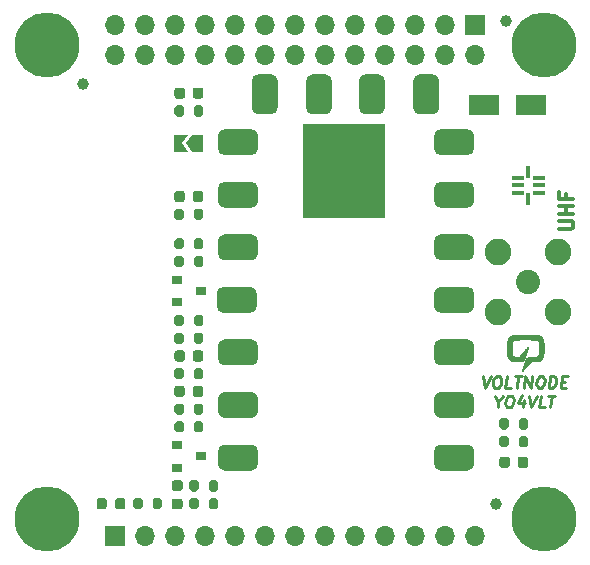
<source format=gbr>
%TF.GenerationSoftware,KiCad,Pcbnew,(5.1.9)-1*%
%TF.CreationDate,2021-09-15T13:57:53+03:00*%
%TF.ProjectId,voltlog UHF repeater,766f6c74-6c6f-4672-9055-484620726570,rev?*%
%TF.SameCoordinates,Original*%
%TF.FileFunction,Soldermask,Top*%
%TF.FilePolarity,Negative*%
%FSLAX46Y46*%
G04 Gerber Fmt 4.6, Leading zero omitted, Abs format (unit mm)*
G04 Created by KiCad (PCBNEW (5.1.9)-1) date 2021-09-15 13:57:53*
%MOMM*%
%LPD*%
G01*
G04 APERTURE LIST*
%ADD10C,0.250000*%
%ADD11C,0.300000*%
%ADD12C,0.010000*%
%ADD13R,7.000000X8.000000*%
%ADD14R,0.900000X0.800000*%
%ADD15R,0.350000X1.000000*%
%ADD16R,1.000000X0.350000*%
%ADD17C,5.500000*%
%ADD18C,2.250000*%
%ADD19C,2.050000*%
%ADD20C,1.000000*%
%ADD21O,1.700000X1.700000*%
%ADD22R,1.700000X1.700000*%
%ADD23C,0.100000*%
%ADD24R,2.500000X1.800000*%
G04 APERTURE END LIST*
D10*
X198874032Y-64952380D02*
X199082366Y-65952380D01*
X199540699Y-64952380D01*
X200064508Y-64952380D02*
X200254985Y-64952380D01*
X200344270Y-65000000D01*
X200427604Y-65095238D01*
X200451413Y-65285714D01*
X200409747Y-65619047D01*
X200338318Y-65809523D01*
X200231175Y-65904761D01*
X200129985Y-65952380D01*
X199939508Y-65952380D01*
X199850223Y-65904761D01*
X199766889Y-65809523D01*
X199743080Y-65619047D01*
X199784747Y-65285714D01*
X199856175Y-65095238D01*
X199963318Y-65000000D01*
X200064508Y-64952380D01*
X201272842Y-65952380D02*
X200796651Y-65952380D01*
X200921651Y-64952380D01*
X201588318Y-64952380D02*
X202159747Y-64952380D01*
X201749032Y-65952380D02*
X201874032Y-64952380D01*
X202368080Y-65952380D02*
X202493080Y-64952380D01*
X202939508Y-65952380D01*
X203064508Y-64952380D01*
X203731175Y-64952380D02*
X203921651Y-64952380D01*
X204010937Y-65000000D01*
X204094270Y-65095238D01*
X204118080Y-65285714D01*
X204076413Y-65619047D01*
X204004985Y-65809523D01*
X203897842Y-65904761D01*
X203796651Y-65952380D01*
X203606175Y-65952380D01*
X203516889Y-65904761D01*
X203433556Y-65809523D01*
X203409747Y-65619047D01*
X203451413Y-65285714D01*
X203522842Y-65095238D01*
X203629985Y-65000000D01*
X203731175Y-64952380D01*
X204463318Y-65952380D02*
X204588318Y-64952380D01*
X204826413Y-64952380D01*
X204963318Y-65000000D01*
X205046651Y-65095238D01*
X205082366Y-65190476D01*
X205106175Y-65380952D01*
X205088318Y-65523809D01*
X205016889Y-65714285D01*
X204957366Y-65809523D01*
X204850223Y-65904761D01*
X204701413Y-65952380D01*
X204463318Y-65952380D01*
X205528794Y-65428571D02*
X205862127Y-65428571D01*
X205939508Y-65952380D02*
X205463318Y-65952380D01*
X205588318Y-64952380D01*
X206064508Y-64952380D01*
D11*
X205342857Y-52485714D02*
X206314285Y-52485714D01*
X206428571Y-52428571D01*
X206485714Y-52371428D01*
X206542857Y-52257142D01*
X206542857Y-52028571D01*
X206485714Y-51914285D01*
X206428571Y-51857142D01*
X206314285Y-51800000D01*
X205342857Y-51800000D01*
X206542857Y-51228571D02*
X205342857Y-51228571D01*
X205914285Y-51228571D02*
X205914285Y-50542857D01*
X206542857Y-50542857D02*
X205342857Y-50542857D01*
X205914285Y-49571428D02*
X205914285Y-49971428D01*
X206542857Y-49971428D02*
X205342857Y-49971428D01*
X205342857Y-49400000D01*
D10*
X200187127Y-67126190D02*
X200127604Y-67602380D01*
X199919270Y-66602380D02*
X200187127Y-67126190D01*
X200585937Y-66602380D01*
X201109747Y-66602380D02*
X201300223Y-66602380D01*
X201389508Y-66650000D01*
X201472842Y-66745238D01*
X201496651Y-66935714D01*
X201454985Y-67269047D01*
X201383556Y-67459523D01*
X201276413Y-67554761D01*
X201175223Y-67602380D01*
X200984747Y-67602380D01*
X200895461Y-67554761D01*
X200812127Y-67459523D01*
X200788318Y-67269047D01*
X200829985Y-66935714D01*
X200901413Y-66745238D01*
X201008556Y-66650000D01*
X201109747Y-66602380D01*
X202353794Y-66935714D02*
X202270461Y-67602380D01*
X202163318Y-66554761D02*
X201835937Y-67269047D01*
X202454985Y-67269047D01*
X202776413Y-66602380D02*
X202984747Y-67602380D01*
X203443080Y-66602380D01*
X204127604Y-67602380D02*
X203651413Y-67602380D01*
X203776413Y-66602380D01*
X204443080Y-66602380D02*
X205014508Y-66602380D01*
X204603794Y-67602380D02*
X204728794Y-66602380D01*
D12*
%TO.C,V1*%
G36*
X202650612Y-61436747D02*
G01*
X202765058Y-61438269D01*
X202877330Y-61440669D01*
X202986437Y-61443968D01*
X203091387Y-61448183D01*
X203191192Y-61453335D01*
X203283889Y-61459373D01*
X203370759Y-61466354D01*
X203446310Y-61474053D01*
X203511922Y-61482929D01*
X203568972Y-61493440D01*
X203618840Y-61506046D01*
X203662903Y-61521204D01*
X203702542Y-61539373D01*
X203739133Y-61561013D01*
X203774057Y-61586582D01*
X203808692Y-61616539D01*
X203836339Y-61643192D01*
X203875265Y-61684695D01*
X203907702Y-61725608D01*
X203934508Y-61767910D01*
X203956542Y-61813577D01*
X203974663Y-61864589D01*
X203989728Y-61922923D01*
X204002598Y-61990556D01*
X204010857Y-62045187D01*
X204017758Y-62096968D01*
X204023496Y-62145506D01*
X204028168Y-62192683D01*
X204031874Y-62240386D01*
X204034712Y-62290498D01*
X204036778Y-62344905D01*
X204038173Y-62405491D01*
X204038993Y-62474141D01*
X204039337Y-62552740D01*
X204039362Y-62592517D01*
X204038798Y-62700542D01*
X204037094Y-62797345D01*
X204034141Y-62884361D01*
X204029830Y-62963027D01*
X204024053Y-63034776D01*
X204016701Y-63101046D01*
X204007665Y-63163272D01*
X203996836Y-63222889D01*
X203988750Y-63261080D01*
X203964763Y-63341825D01*
X203930665Y-63416414D01*
X203887287Y-63484019D01*
X203835459Y-63543813D01*
X203776010Y-63594969D01*
X203709773Y-63636658D01*
X203637576Y-63668053D01*
X203560250Y-63688326D01*
X203560114Y-63688351D01*
X203543349Y-63690676D01*
X203520396Y-63692598D01*
X203490263Y-63694146D01*
X203451953Y-63695345D01*
X203404473Y-63696223D01*
X203346829Y-63696808D01*
X203278027Y-63697125D01*
X203235204Y-63697195D01*
X202957919Y-63697417D01*
X202920039Y-63737104D01*
X202909612Y-63748416D01*
X202891588Y-63768421D01*
X202866735Y-63796251D01*
X202835817Y-63831040D01*
X202799603Y-63871924D01*
X202758858Y-63918035D01*
X202714348Y-63968507D01*
X202666840Y-64022475D01*
X202617100Y-64079072D01*
X202575882Y-64126042D01*
X202525177Y-64183818D01*
X202476297Y-64239435D01*
X202429980Y-64292053D01*
X202386968Y-64340837D01*
X202348001Y-64384950D01*
X202313817Y-64423554D01*
X202285158Y-64455813D01*
X202262763Y-64480890D01*
X202247373Y-64497948D01*
X202240411Y-64505454D01*
X202217323Y-64525892D01*
X202198428Y-64534854D01*
X202183031Y-64532589D01*
X202177084Y-64527997D01*
X202170272Y-64515150D01*
X202169464Y-64509466D01*
X202171513Y-64501637D01*
X202177414Y-64482915D01*
X202186800Y-64454386D01*
X202199301Y-64417135D01*
X202214549Y-64372247D01*
X202232176Y-64320808D01*
X202251813Y-64263903D01*
X202273091Y-64202617D01*
X202293546Y-64144023D01*
X202317545Y-64075436D01*
X202341517Y-64006890D01*
X202364913Y-63939960D01*
X202387184Y-63876219D01*
X202407780Y-63817239D01*
X202426151Y-63764595D01*
X202441749Y-63719858D01*
X202454024Y-63684604D01*
X202459501Y-63668842D01*
X202473926Y-63628386D01*
X202488729Y-63588817D01*
X202502810Y-63552938D01*
X202515069Y-63523554D01*
X202524265Y-63503742D01*
X202553215Y-63458549D01*
X202591235Y-63415550D01*
X202634769Y-63378309D01*
X202674289Y-63353405D01*
X202694583Y-63343046D01*
X202713087Y-63334482D01*
X202731245Y-63327542D01*
X202750498Y-63322055D01*
X202772289Y-63317848D01*
X202798061Y-63314751D01*
X202829256Y-63312591D01*
X202867318Y-63311198D01*
X202913689Y-63310400D01*
X202969812Y-63310026D01*
X203037129Y-63309903D01*
X203040330Y-63309901D01*
X203137830Y-63309524D01*
X203223061Y-63308520D01*
X203296438Y-63306870D01*
X203358378Y-63304552D01*
X203409295Y-63301547D01*
X203449607Y-63297835D01*
X203479729Y-63293394D01*
X203500077Y-63288205D01*
X203502302Y-63287365D01*
X203530549Y-63270133D01*
X203555943Y-63243735D01*
X203575480Y-63211707D01*
X203582670Y-63192869D01*
X203594202Y-63145757D01*
X203604245Y-63087561D01*
X203612778Y-63019812D01*
X203619781Y-62944039D01*
X203625231Y-62861773D01*
X203629109Y-62774546D01*
X203631393Y-62683887D01*
X203632062Y-62591327D01*
X203631096Y-62498397D01*
X203628473Y-62406627D01*
X203624172Y-62317548D01*
X203618172Y-62232691D01*
X203610453Y-62153585D01*
X203600993Y-62081762D01*
X203598150Y-62063897D01*
X203588126Y-62013106D01*
X203575883Y-61973389D01*
X203559897Y-61943139D01*
X203538647Y-61920747D01*
X203510609Y-61904608D01*
X203474259Y-61893114D01*
X203428340Y-61884696D01*
X203373792Y-61877984D01*
X203307772Y-61871903D01*
X203231493Y-61866466D01*
X203146169Y-61861682D01*
X203053011Y-61857563D01*
X202953234Y-61854119D01*
X202848050Y-61851362D01*
X202738673Y-61849303D01*
X202626314Y-61847951D01*
X202512188Y-61847319D01*
X202397506Y-61847417D01*
X202283483Y-61848256D01*
X202171331Y-61849847D01*
X202062264Y-61852200D01*
X201957493Y-61855328D01*
X201858233Y-61859240D01*
X201765695Y-61863947D01*
X201686864Y-61869039D01*
X201617334Y-61874569D01*
X201559323Y-61880660D01*
X201511650Y-61888022D01*
X201473136Y-61897367D01*
X201442599Y-61909404D01*
X201418859Y-61924844D01*
X201400736Y-61944397D01*
X201387050Y-61968774D01*
X201376619Y-61998684D01*
X201368265Y-62034839D01*
X201363077Y-62063897D01*
X201353148Y-62133483D01*
X201344964Y-62210763D01*
X201338505Y-62294208D01*
X201333750Y-62382286D01*
X201330677Y-62473468D01*
X201329265Y-62566223D01*
X201329495Y-62659021D01*
X201331343Y-62750331D01*
X201334791Y-62838623D01*
X201339816Y-62922366D01*
X201346398Y-63000030D01*
X201354515Y-63070085D01*
X201364147Y-63131000D01*
X201375274Y-63181244D01*
X201378539Y-63192809D01*
X201395628Y-63228648D01*
X201422706Y-63258533D01*
X201456089Y-63279337D01*
X201477868Y-63285811D01*
X201511675Y-63291354D01*
X201556870Y-63295923D01*
X201612811Y-63299473D01*
X201678858Y-63301960D01*
X201754369Y-63303340D01*
X201808059Y-63303622D01*
X201951480Y-63303717D01*
X201992402Y-63260854D01*
X202004503Y-63247789D01*
X202024004Y-63226241D01*
X202049948Y-63197289D01*
X202081377Y-63162011D01*
X202117331Y-63121487D01*
X202156854Y-63076794D01*
X202198987Y-63029011D01*
X202242772Y-62979218D01*
X202258556Y-62961233D01*
X202305340Y-62907902D01*
X202352919Y-62853667D01*
X202400000Y-62800000D01*
X202445289Y-62748378D01*
X202487493Y-62700276D01*
X202525316Y-62657167D01*
X202557466Y-62620528D01*
X202582648Y-62591833D01*
X202584469Y-62589758D01*
X202613401Y-62557245D01*
X202640352Y-62527810D01*
X202663964Y-62502868D01*
X202682881Y-62483832D01*
X202695747Y-62472117D01*
X202700164Y-62469121D01*
X202714837Y-62466959D01*
X202728071Y-62474867D01*
X202737612Y-62485224D01*
X202740964Y-62491767D01*
X202738922Y-62498607D01*
X202733060Y-62516280D01*
X202723774Y-62543640D01*
X202711458Y-62579540D01*
X202696508Y-62622832D01*
X202679319Y-62672372D01*
X202660286Y-62727011D01*
X202639804Y-62785603D01*
X202633527Y-62803521D01*
X202609848Y-62871111D01*
X202585146Y-62941681D01*
X202560196Y-63013009D01*
X202535776Y-63082876D01*
X202512660Y-63149061D01*
X202491626Y-63209343D01*
X202473448Y-63261500D01*
X202462318Y-63293485D01*
X202445442Y-63341216D01*
X202428826Y-63386716D01*
X202413188Y-63428126D01*
X202399248Y-63463589D01*
X202387724Y-63491246D01*
X202379335Y-63509239D01*
X202377667Y-63512257D01*
X202341503Y-63561783D01*
X202295555Y-63606071D01*
X202242277Y-63643285D01*
X202184120Y-63671587D01*
X202149624Y-63683056D01*
X202139872Y-63685482D01*
X202128883Y-63687534D01*
X202115566Y-63689243D01*
X202098831Y-63690638D01*
X202077586Y-63691751D01*
X202050741Y-63692614D01*
X202017205Y-63693255D01*
X201975886Y-63693708D01*
X201925695Y-63694001D01*
X201865540Y-63694166D01*
X201794331Y-63694234D01*
X201753539Y-63694242D01*
X201397939Y-63694242D01*
X201336067Y-63672816D01*
X201257520Y-63639349D01*
X201187249Y-63596274D01*
X201125410Y-63543728D01*
X201072160Y-63481849D01*
X201027653Y-63410777D01*
X201016873Y-63389442D01*
X200999944Y-63349990D01*
X200984990Y-63305587D01*
X200971757Y-63254965D01*
X200959993Y-63196857D01*
X200949446Y-63129997D01*
X200939861Y-63053117D01*
X200930986Y-62964952D01*
X200930038Y-62954467D01*
X200927683Y-62919927D01*
X200925719Y-62874644D01*
X200924148Y-62820565D01*
X200922968Y-62759640D01*
X200922179Y-62693819D01*
X200921783Y-62625050D01*
X200921778Y-62555284D01*
X200922165Y-62486469D01*
X200922944Y-62420555D01*
X200924115Y-62359492D01*
X200925678Y-62305228D01*
X200927632Y-62259713D01*
X200929978Y-62224897D01*
X200930038Y-62224217D01*
X200939131Y-62131943D01*
X200949061Y-62051071D01*
X200960214Y-61980313D01*
X200972978Y-61918378D01*
X200987738Y-61863977D01*
X201004883Y-61815820D01*
X201024798Y-61772618D01*
X201047870Y-61733081D01*
X201074487Y-61695920D01*
X201096425Y-61669497D01*
X201155133Y-61610687D01*
X201218634Y-61563274D01*
X201288246Y-61526443D01*
X201365286Y-61499374D01*
X201374856Y-61496805D01*
X201415718Y-61488067D01*
X201468276Y-61479937D01*
X201531539Y-61472432D01*
X201604516Y-61465572D01*
X201686216Y-61459378D01*
X201775650Y-61453867D01*
X201871825Y-61449061D01*
X201973752Y-61444977D01*
X202080440Y-61441636D01*
X202190897Y-61439057D01*
X202304134Y-61437259D01*
X202419159Y-61436262D01*
X202534982Y-61436085D01*
X202650612Y-61436747D01*
G37*
X202650612Y-61436747D02*
X202765058Y-61438269D01*
X202877330Y-61440669D01*
X202986437Y-61443968D01*
X203091387Y-61448183D01*
X203191192Y-61453335D01*
X203283889Y-61459373D01*
X203370759Y-61466354D01*
X203446310Y-61474053D01*
X203511922Y-61482929D01*
X203568972Y-61493440D01*
X203618840Y-61506046D01*
X203662903Y-61521204D01*
X203702542Y-61539373D01*
X203739133Y-61561013D01*
X203774057Y-61586582D01*
X203808692Y-61616539D01*
X203836339Y-61643192D01*
X203875265Y-61684695D01*
X203907702Y-61725608D01*
X203934508Y-61767910D01*
X203956542Y-61813577D01*
X203974663Y-61864589D01*
X203989728Y-61922923D01*
X204002598Y-61990556D01*
X204010857Y-62045187D01*
X204017758Y-62096968D01*
X204023496Y-62145506D01*
X204028168Y-62192683D01*
X204031874Y-62240386D01*
X204034712Y-62290498D01*
X204036778Y-62344905D01*
X204038173Y-62405491D01*
X204038993Y-62474141D01*
X204039337Y-62552740D01*
X204039362Y-62592517D01*
X204038798Y-62700542D01*
X204037094Y-62797345D01*
X204034141Y-62884361D01*
X204029830Y-62963027D01*
X204024053Y-63034776D01*
X204016701Y-63101046D01*
X204007665Y-63163272D01*
X203996836Y-63222889D01*
X203988750Y-63261080D01*
X203964763Y-63341825D01*
X203930665Y-63416414D01*
X203887287Y-63484019D01*
X203835459Y-63543813D01*
X203776010Y-63594969D01*
X203709773Y-63636658D01*
X203637576Y-63668053D01*
X203560250Y-63688326D01*
X203560114Y-63688351D01*
X203543349Y-63690676D01*
X203520396Y-63692598D01*
X203490263Y-63694146D01*
X203451953Y-63695345D01*
X203404473Y-63696223D01*
X203346829Y-63696808D01*
X203278027Y-63697125D01*
X203235204Y-63697195D01*
X202957919Y-63697417D01*
X202920039Y-63737104D01*
X202909612Y-63748416D01*
X202891588Y-63768421D01*
X202866735Y-63796251D01*
X202835817Y-63831040D01*
X202799603Y-63871924D01*
X202758858Y-63918035D01*
X202714348Y-63968507D01*
X202666840Y-64022475D01*
X202617100Y-64079072D01*
X202575882Y-64126042D01*
X202525177Y-64183818D01*
X202476297Y-64239435D01*
X202429980Y-64292053D01*
X202386968Y-64340837D01*
X202348001Y-64384950D01*
X202313817Y-64423554D01*
X202285158Y-64455813D01*
X202262763Y-64480890D01*
X202247373Y-64497948D01*
X202240411Y-64505454D01*
X202217323Y-64525892D01*
X202198428Y-64534854D01*
X202183031Y-64532589D01*
X202177084Y-64527997D01*
X202170272Y-64515150D01*
X202169464Y-64509466D01*
X202171513Y-64501637D01*
X202177414Y-64482915D01*
X202186800Y-64454386D01*
X202199301Y-64417135D01*
X202214549Y-64372247D01*
X202232176Y-64320808D01*
X202251813Y-64263903D01*
X202273091Y-64202617D01*
X202293546Y-64144023D01*
X202317545Y-64075436D01*
X202341517Y-64006890D01*
X202364913Y-63939960D01*
X202387184Y-63876219D01*
X202407780Y-63817239D01*
X202426151Y-63764595D01*
X202441749Y-63719858D01*
X202454024Y-63684604D01*
X202459501Y-63668842D01*
X202473926Y-63628386D01*
X202488729Y-63588817D01*
X202502810Y-63552938D01*
X202515069Y-63523554D01*
X202524265Y-63503742D01*
X202553215Y-63458549D01*
X202591235Y-63415550D01*
X202634769Y-63378309D01*
X202674289Y-63353405D01*
X202694583Y-63343046D01*
X202713087Y-63334482D01*
X202731245Y-63327542D01*
X202750498Y-63322055D01*
X202772289Y-63317848D01*
X202798061Y-63314751D01*
X202829256Y-63312591D01*
X202867318Y-63311198D01*
X202913689Y-63310400D01*
X202969812Y-63310026D01*
X203037129Y-63309903D01*
X203040330Y-63309901D01*
X203137830Y-63309524D01*
X203223061Y-63308520D01*
X203296438Y-63306870D01*
X203358378Y-63304552D01*
X203409295Y-63301547D01*
X203449607Y-63297835D01*
X203479729Y-63293394D01*
X203500077Y-63288205D01*
X203502302Y-63287365D01*
X203530549Y-63270133D01*
X203555943Y-63243735D01*
X203575480Y-63211707D01*
X203582670Y-63192869D01*
X203594202Y-63145757D01*
X203604245Y-63087561D01*
X203612778Y-63019812D01*
X203619781Y-62944039D01*
X203625231Y-62861773D01*
X203629109Y-62774546D01*
X203631393Y-62683887D01*
X203632062Y-62591327D01*
X203631096Y-62498397D01*
X203628473Y-62406627D01*
X203624172Y-62317548D01*
X203618172Y-62232691D01*
X203610453Y-62153585D01*
X203600993Y-62081762D01*
X203598150Y-62063897D01*
X203588126Y-62013106D01*
X203575883Y-61973389D01*
X203559897Y-61943139D01*
X203538647Y-61920747D01*
X203510609Y-61904608D01*
X203474259Y-61893114D01*
X203428340Y-61884696D01*
X203373792Y-61877984D01*
X203307772Y-61871903D01*
X203231493Y-61866466D01*
X203146169Y-61861682D01*
X203053011Y-61857563D01*
X202953234Y-61854119D01*
X202848050Y-61851362D01*
X202738673Y-61849303D01*
X202626314Y-61847951D01*
X202512188Y-61847319D01*
X202397506Y-61847417D01*
X202283483Y-61848256D01*
X202171331Y-61849847D01*
X202062264Y-61852200D01*
X201957493Y-61855328D01*
X201858233Y-61859240D01*
X201765695Y-61863947D01*
X201686864Y-61869039D01*
X201617334Y-61874569D01*
X201559323Y-61880660D01*
X201511650Y-61888022D01*
X201473136Y-61897367D01*
X201442599Y-61909404D01*
X201418859Y-61924844D01*
X201400736Y-61944397D01*
X201387050Y-61968774D01*
X201376619Y-61998684D01*
X201368265Y-62034839D01*
X201363077Y-62063897D01*
X201353148Y-62133483D01*
X201344964Y-62210763D01*
X201338505Y-62294208D01*
X201333750Y-62382286D01*
X201330677Y-62473468D01*
X201329265Y-62566223D01*
X201329495Y-62659021D01*
X201331343Y-62750331D01*
X201334791Y-62838623D01*
X201339816Y-62922366D01*
X201346398Y-63000030D01*
X201354515Y-63070085D01*
X201364147Y-63131000D01*
X201375274Y-63181244D01*
X201378539Y-63192809D01*
X201395628Y-63228648D01*
X201422706Y-63258533D01*
X201456089Y-63279337D01*
X201477868Y-63285811D01*
X201511675Y-63291354D01*
X201556870Y-63295923D01*
X201612811Y-63299473D01*
X201678858Y-63301960D01*
X201754369Y-63303340D01*
X201808059Y-63303622D01*
X201951480Y-63303717D01*
X201992402Y-63260854D01*
X202004503Y-63247789D01*
X202024004Y-63226241D01*
X202049948Y-63197289D01*
X202081377Y-63162011D01*
X202117331Y-63121487D01*
X202156854Y-63076794D01*
X202198987Y-63029011D01*
X202242772Y-62979218D01*
X202258556Y-62961233D01*
X202305340Y-62907902D01*
X202352919Y-62853667D01*
X202400000Y-62800000D01*
X202445289Y-62748378D01*
X202487493Y-62700276D01*
X202525316Y-62657167D01*
X202557466Y-62620528D01*
X202582648Y-62591833D01*
X202584469Y-62589758D01*
X202613401Y-62557245D01*
X202640352Y-62527810D01*
X202663964Y-62502868D01*
X202682881Y-62483832D01*
X202695747Y-62472117D01*
X202700164Y-62469121D01*
X202714837Y-62466959D01*
X202728071Y-62474867D01*
X202737612Y-62485224D01*
X202740964Y-62491767D01*
X202738922Y-62498607D01*
X202733060Y-62516280D01*
X202723774Y-62543640D01*
X202711458Y-62579540D01*
X202696508Y-62622832D01*
X202679319Y-62672372D01*
X202660286Y-62727011D01*
X202639804Y-62785603D01*
X202633527Y-62803521D01*
X202609848Y-62871111D01*
X202585146Y-62941681D01*
X202560196Y-63013009D01*
X202535776Y-63082876D01*
X202512660Y-63149061D01*
X202491626Y-63209343D01*
X202473448Y-63261500D01*
X202462318Y-63293485D01*
X202445442Y-63341216D01*
X202428826Y-63386716D01*
X202413188Y-63428126D01*
X202399248Y-63463589D01*
X202387724Y-63491246D01*
X202379335Y-63509239D01*
X202377667Y-63512257D01*
X202341503Y-63561783D01*
X202295555Y-63606071D01*
X202242277Y-63643285D01*
X202184120Y-63671587D01*
X202149624Y-63683056D01*
X202139872Y-63685482D01*
X202128883Y-63687534D01*
X202115566Y-63689243D01*
X202098831Y-63690638D01*
X202077586Y-63691751D01*
X202050741Y-63692614D01*
X202017205Y-63693255D01*
X201975886Y-63693708D01*
X201925695Y-63694001D01*
X201865540Y-63694166D01*
X201794331Y-63694234D01*
X201753539Y-63694242D01*
X201397939Y-63694242D01*
X201336067Y-63672816D01*
X201257520Y-63639349D01*
X201187249Y-63596274D01*
X201125410Y-63543728D01*
X201072160Y-63481849D01*
X201027653Y-63410777D01*
X201016873Y-63389442D01*
X200999944Y-63349990D01*
X200984990Y-63305587D01*
X200971757Y-63254965D01*
X200959993Y-63196857D01*
X200949446Y-63129997D01*
X200939861Y-63053117D01*
X200930986Y-62964952D01*
X200930038Y-62954467D01*
X200927683Y-62919927D01*
X200925719Y-62874644D01*
X200924148Y-62820565D01*
X200922968Y-62759640D01*
X200922179Y-62693819D01*
X200921783Y-62625050D01*
X200921778Y-62555284D01*
X200922165Y-62486469D01*
X200922944Y-62420555D01*
X200924115Y-62359492D01*
X200925678Y-62305228D01*
X200927632Y-62259713D01*
X200929978Y-62224897D01*
X200930038Y-62224217D01*
X200939131Y-62131943D01*
X200949061Y-62051071D01*
X200960214Y-61980313D01*
X200972978Y-61918378D01*
X200987738Y-61863977D01*
X201004883Y-61815820D01*
X201024798Y-61772618D01*
X201047870Y-61733081D01*
X201074487Y-61695920D01*
X201096425Y-61669497D01*
X201155133Y-61610687D01*
X201218634Y-61563274D01*
X201288246Y-61526443D01*
X201365286Y-61499374D01*
X201374856Y-61496805D01*
X201415718Y-61488067D01*
X201468276Y-61479937D01*
X201531539Y-61472432D01*
X201604516Y-61465572D01*
X201686216Y-61459378D01*
X201775650Y-61453867D01*
X201871825Y-61449061D01*
X201973752Y-61444977D01*
X202080440Y-61441636D01*
X202190897Y-61439057D01*
X202304134Y-61437259D01*
X202419159Y-61436262D01*
X202534982Y-61436085D01*
X202650612Y-61436747D01*
%TD*%
D13*
%TO.C,U1*%
X187150000Y-47600000D03*
G36*
G01*
X179310000Y-42250000D02*
X179310000Y-39950000D01*
G75*
G02*
X179860000Y-39400000I550000J0D01*
G01*
X180960000Y-39400000D01*
G75*
G02*
X181510000Y-39950000I0J-550000D01*
G01*
X181510000Y-42250000D01*
G75*
G02*
X180960000Y-42800000I-550000J0D01*
G01*
X179860000Y-42800000D01*
G75*
G02*
X179310000Y-42250000I0J550000D01*
G01*
G37*
G36*
G01*
X183910000Y-42250000D02*
X183910000Y-39950000D01*
G75*
G02*
X184460000Y-39400000I550000J0D01*
G01*
X185560000Y-39400000D01*
G75*
G02*
X186110000Y-39950000I0J-550000D01*
G01*
X186110000Y-42250000D01*
G75*
G02*
X185560000Y-42800000I-550000J0D01*
G01*
X184460000Y-42800000D01*
G75*
G02*
X183910000Y-42250000I0J550000D01*
G01*
G37*
G36*
G01*
X188390000Y-42250000D02*
X188390000Y-39950000D01*
G75*
G02*
X188940000Y-39400000I550000J0D01*
G01*
X190040000Y-39400000D01*
G75*
G02*
X190590000Y-39950000I0J-550000D01*
G01*
X190590000Y-42250000D01*
G75*
G02*
X190040000Y-42800000I-550000J0D01*
G01*
X188940000Y-42800000D01*
G75*
G02*
X188390000Y-42250000I0J550000D01*
G01*
G37*
G36*
G01*
X192990000Y-42250000D02*
X192990000Y-39950000D01*
G75*
G02*
X193540000Y-39400000I550000J0D01*
G01*
X194640000Y-39400000D01*
G75*
G02*
X195190000Y-39950000I0J-550000D01*
G01*
X195190000Y-42250000D01*
G75*
G02*
X194640000Y-42800000I-550000J0D01*
G01*
X193540000Y-42800000D01*
G75*
G02*
X192990000Y-42250000I0J550000D01*
G01*
G37*
G36*
G01*
X177000000Y-70750000D02*
X179300000Y-70750000D01*
G75*
G02*
X179850000Y-71300000I0J-550000D01*
G01*
X179850000Y-72400000D01*
G75*
G02*
X179300000Y-72950000I-550000J0D01*
G01*
X177000000Y-72950000D01*
G75*
G02*
X176450000Y-72400000I0J550000D01*
G01*
X176450000Y-71300000D01*
G75*
G02*
X177000000Y-70750000I550000J0D01*
G01*
G37*
G36*
G01*
X177000000Y-66300000D02*
X179300000Y-66300000D01*
G75*
G02*
X179850000Y-66850000I0J-550000D01*
G01*
X179850000Y-67950000D01*
G75*
G02*
X179300000Y-68500000I-550000J0D01*
G01*
X177000000Y-68500000D01*
G75*
G02*
X176450000Y-67950000I0J550000D01*
G01*
X176450000Y-66850000D01*
G75*
G02*
X177000000Y-66300000I550000J0D01*
G01*
G37*
G36*
G01*
X177000000Y-61850000D02*
X179300000Y-61850000D01*
G75*
G02*
X179850000Y-62400000I0J-550000D01*
G01*
X179850000Y-63500000D01*
G75*
G02*
X179300000Y-64050000I-550000J0D01*
G01*
X177000000Y-64050000D01*
G75*
G02*
X176450000Y-63500000I0J550000D01*
G01*
X176450000Y-62400000D01*
G75*
G02*
X177000000Y-61850000I550000J0D01*
G01*
G37*
G36*
G01*
X176900000Y-57400000D02*
X179200000Y-57400000D01*
G75*
G02*
X179750000Y-57950000I0J-550000D01*
G01*
X179750000Y-59050000D01*
G75*
G02*
X179200000Y-59600000I-550000J0D01*
G01*
X176900000Y-59600000D01*
G75*
G02*
X176350000Y-59050000I0J550000D01*
G01*
X176350000Y-57950000D01*
G75*
G02*
X176900000Y-57400000I550000J0D01*
G01*
G37*
G36*
G01*
X177000000Y-52950000D02*
X179300000Y-52950000D01*
G75*
G02*
X179850000Y-53500000I0J-550000D01*
G01*
X179850000Y-54600000D01*
G75*
G02*
X179300000Y-55150000I-550000J0D01*
G01*
X177000000Y-55150000D01*
G75*
G02*
X176450000Y-54600000I0J550000D01*
G01*
X176450000Y-53500000D01*
G75*
G02*
X177000000Y-52950000I550000J0D01*
G01*
G37*
G36*
G01*
X177000000Y-48500000D02*
X179300000Y-48500000D01*
G75*
G02*
X179850000Y-49050000I0J-550000D01*
G01*
X179850000Y-50150000D01*
G75*
G02*
X179300000Y-50700000I-550000J0D01*
G01*
X177000000Y-50700000D01*
G75*
G02*
X176450000Y-50150000I0J550000D01*
G01*
X176450000Y-49050000D01*
G75*
G02*
X177000000Y-48500000I550000J0D01*
G01*
G37*
G36*
G01*
X177000000Y-44050000D02*
X179300000Y-44050000D01*
G75*
G02*
X179850000Y-44600000I0J-550000D01*
G01*
X179850000Y-45700000D01*
G75*
G02*
X179300000Y-46250000I-550000J0D01*
G01*
X177000000Y-46250000D01*
G75*
G02*
X176450000Y-45700000I0J550000D01*
G01*
X176450000Y-44600000D01*
G75*
G02*
X177000000Y-44050000I550000J0D01*
G01*
G37*
G36*
G01*
X195300000Y-44050000D02*
X197600000Y-44050000D01*
G75*
G02*
X198150000Y-44600000I0J-550000D01*
G01*
X198150000Y-45700000D01*
G75*
G02*
X197600000Y-46250000I-550000J0D01*
G01*
X195300000Y-46250000D01*
G75*
G02*
X194750000Y-45700000I0J550000D01*
G01*
X194750000Y-44600000D01*
G75*
G02*
X195300000Y-44050000I550000J0D01*
G01*
G37*
G36*
G01*
X195300000Y-48500000D02*
X197600000Y-48500000D01*
G75*
G02*
X198150000Y-49050000I0J-550000D01*
G01*
X198150000Y-50150000D01*
G75*
G02*
X197600000Y-50700000I-550000J0D01*
G01*
X195300000Y-50700000D01*
G75*
G02*
X194750000Y-50150000I0J550000D01*
G01*
X194750000Y-49050000D01*
G75*
G02*
X195300000Y-48500000I550000J0D01*
G01*
G37*
G36*
G01*
X195300000Y-52950000D02*
X197600000Y-52950000D01*
G75*
G02*
X198150000Y-53500000I0J-550000D01*
G01*
X198150000Y-54600000D01*
G75*
G02*
X197600000Y-55150000I-550000J0D01*
G01*
X195300000Y-55150000D01*
G75*
G02*
X194750000Y-54600000I0J550000D01*
G01*
X194750000Y-53500000D01*
G75*
G02*
X195300000Y-52950000I550000J0D01*
G01*
G37*
G36*
G01*
X195300000Y-70750000D02*
X197600000Y-70750000D01*
G75*
G02*
X198150000Y-71300000I0J-550000D01*
G01*
X198150000Y-72400000D01*
G75*
G02*
X197600000Y-72950000I-550000J0D01*
G01*
X195300000Y-72950000D01*
G75*
G02*
X194750000Y-72400000I0J550000D01*
G01*
X194750000Y-71300000D01*
G75*
G02*
X195300000Y-70750000I550000J0D01*
G01*
G37*
G36*
G01*
X195300000Y-66300000D02*
X197600000Y-66300000D01*
G75*
G02*
X198150000Y-66850000I0J-550000D01*
G01*
X198150000Y-67950000D01*
G75*
G02*
X197600000Y-68500000I-550000J0D01*
G01*
X195300000Y-68500000D01*
G75*
G02*
X194750000Y-67950000I0J550000D01*
G01*
X194750000Y-66850000D01*
G75*
G02*
X195300000Y-66300000I550000J0D01*
G01*
G37*
G36*
G01*
X195300000Y-61850000D02*
X197600000Y-61850000D01*
G75*
G02*
X198150000Y-62400000I0J-550000D01*
G01*
X198150000Y-63500000D01*
G75*
G02*
X197600000Y-64050000I-550000J0D01*
G01*
X195300000Y-64050000D01*
G75*
G02*
X194750000Y-63500000I0J550000D01*
G01*
X194750000Y-62400000D01*
G75*
G02*
X195300000Y-61850000I550000J0D01*
G01*
G37*
G36*
G01*
X195300000Y-57400000D02*
X197600000Y-57400000D01*
G75*
G02*
X198150000Y-57950000I0J-550000D01*
G01*
X198150000Y-59050000D01*
G75*
G02*
X197600000Y-59600000I-550000J0D01*
G01*
X195300000Y-59600000D01*
G75*
G02*
X194750000Y-59050000I0J550000D01*
G01*
X194750000Y-57950000D01*
G75*
G02*
X195300000Y-57400000I550000J0D01*
G01*
G37*
%TD*%
D14*
%TO.C,Q2*%
X175000000Y-71750000D03*
X173000000Y-72700000D03*
X173000000Y-70800000D03*
%TD*%
%TO.C,Q1*%
X175000000Y-57750000D03*
X173000000Y-58700000D03*
X173000000Y-56800000D03*
%TD*%
D15*
%TO.C,FL1*%
X202750000Y-47650000D03*
X202750000Y-49950000D03*
D16*
X203650000Y-49450000D03*
X201850000Y-49450000D03*
X203650000Y-48150000D03*
X201850000Y-48150000D03*
X203650000Y-48800000D03*
X201850000Y-48800000D03*
%TD*%
D17*
%TO.C,H4*%
X204055501Y-36944588D03*
%TD*%
%TO.C,H3*%
X204055501Y-77055505D03*
%TD*%
%TO.C,H2*%
X161944587Y-36944588D03*
%TD*%
%TO.C,H1*%
X161944587Y-77055505D03*
%TD*%
D18*
%TO.C,J3*%
X200160000Y-59540000D03*
X200160000Y-54460000D03*
X205240000Y-54460000D03*
X205240000Y-59540000D03*
D19*
X202700000Y-57000000D03*
%TD*%
D20*
%TO.C,FID3*%
X165000000Y-40250000D03*
%TD*%
%TO.C,FID2*%
X200850000Y-34850000D03*
%TD*%
%TO.C,FID1*%
X200000000Y-75750000D03*
%TD*%
D21*
%TO.C,J1*%
X167770000Y-37790000D03*
X167770000Y-35250000D03*
X170310000Y-37790000D03*
X170310000Y-35250000D03*
X172850000Y-37790000D03*
X172850000Y-35250000D03*
X175390000Y-37790000D03*
X175390000Y-35250000D03*
X177930000Y-37790000D03*
X177930000Y-35250000D03*
X180470000Y-37790000D03*
X180470000Y-35250000D03*
X183010000Y-37790000D03*
X183010000Y-35250000D03*
X185550000Y-37790000D03*
X185550000Y-35250000D03*
X188090000Y-37790000D03*
X188090000Y-35250000D03*
X190630000Y-37790000D03*
X190630000Y-35250000D03*
X193170000Y-37790000D03*
X193170000Y-35250000D03*
X195710000Y-37790000D03*
X195710000Y-35250000D03*
X198250000Y-37790000D03*
D22*
X198250000Y-35250000D03*
%TD*%
%TO.C,R14*%
G36*
G01*
X170925000Y-76025000D02*
X170925000Y-75475000D01*
G75*
G02*
X171125000Y-75275000I200000J0D01*
G01*
X171525000Y-75275000D01*
G75*
G02*
X171725000Y-75475000I0J-200000D01*
G01*
X171725000Y-76025000D01*
G75*
G02*
X171525000Y-76225000I-200000J0D01*
G01*
X171125000Y-76225000D01*
G75*
G02*
X170925000Y-76025000I0J200000D01*
G01*
G37*
G36*
G01*
X169275000Y-76025000D02*
X169275000Y-75475000D01*
G75*
G02*
X169475000Y-75275000I200000J0D01*
G01*
X169875000Y-75275000D01*
G75*
G02*
X170075000Y-75475000I0J-200000D01*
G01*
X170075000Y-76025000D01*
G75*
G02*
X169875000Y-76225000I-200000J0D01*
G01*
X169475000Y-76225000D01*
G75*
G02*
X169275000Y-76025000I0J200000D01*
G01*
G37*
%TD*%
%TO.C,R13*%
G36*
G01*
X173575000Y-67475000D02*
X173575000Y-68025000D01*
G75*
G02*
X173375000Y-68225000I-200000J0D01*
G01*
X172975000Y-68225000D01*
G75*
G02*
X172775000Y-68025000I0J200000D01*
G01*
X172775000Y-67475000D01*
G75*
G02*
X172975000Y-67275000I200000J0D01*
G01*
X173375000Y-67275000D01*
G75*
G02*
X173575000Y-67475000I0J-200000D01*
G01*
G37*
G36*
G01*
X175225000Y-67475000D02*
X175225000Y-68025000D01*
G75*
G02*
X175025000Y-68225000I-200000J0D01*
G01*
X174625000Y-68225000D01*
G75*
G02*
X174425000Y-68025000I0J200000D01*
G01*
X174425000Y-67475000D01*
G75*
G02*
X174625000Y-67275000I200000J0D01*
G01*
X175025000Y-67275000D01*
G75*
G02*
X175225000Y-67475000I0J-200000D01*
G01*
G37*
%TD*%
%TO.C,R12*%
G36*
G01*
X173575000Y-68975000D02*
X173575000Y-69525000D01*
G75*
G02*
X173375000Y-69725000I-200000J0D01*
G01*
X172975000Y-69725000D01*
G75*
G02*
X172775000Y-69525000I0J200000D01*
G01*
X172775000Y-68975000D01*
G75*
G02*
X172975000Y-68775000I200000J0D01*
G01*
X173375000Y-68775000D01*
G75*
G02*
X173575000Y-68975000I0J-200000D01*
G01*
G37*
G36*
G01*
X175225000Y-68975000D02*
X175225000Y-69525000D01*
G75*
G02*
X175025000Y-69725000I-200000J0D01*
G01*
X174625000Y-69725000D01*
G75*
G02*
X174425000Y-69525000I0J200000D01*
G01*
X174425000Y-68975000D01*
G75*
G02*
X174625000Y-68775000I200000J0D01*
G01*
X175025000Y-68775000D01*
G75*
G02*
X175225000Y-68975000I0J-200000D01*
G01*
G37*
%TD*%
%TO.C,R11*%
G36*
G01*
X173575000Y-61475000D02*
X173575000Y-62025000D01*
G75*
G02*
X173375000Y-62225000I-200000J0D01*
G01*
X172975000Y-62225000D01*
G75*
G02*
X172775000Y-62025000I0J200000D01*
G01*
X172775000Y-61475000D01*
G75*
G02*
X172975000Y-61275000I200000J0D01*
G01*
X173375000Y-61275000D01*
G75*
G02*
X173575000Y-61475000I0J-200000D01*
G01*
G37*
G36*
G01*
X175225000Y-61475000D02*
X175225000Y-62025000D01*
G75*
G02*
X175025000Y-62225000I-200000J0D01*
G01*
X174625000Y-62225000D01*
G75*
G02*
X174425000Y-62025000I0J200000D01*
G01*
X174425000Y-61475000D01*
G75*
G02*
X174625000Y-61275000I200000J0D01*
G01*
X175025000Y-61275000D01*
G75*
G02*
X175225000Y-61475000I0J-200000D01*
G01*
G37*
%TD*%
%TO.C,R10*%
G36*
G01*
X173575000Y-64475000D02*
X173575000Y-65025000D01*
G75*
G02*
X173375000Y-65225000I-200000J0D01*
G01*
X172975000Y-65225000D01*
G75*
G02*
X172775000Y-65025000I0J200000D01*
G01*
X172775000Y-64475000D01*
G75*
G02*
X172975000Y-64275000I200000J0D01*
G01*
X173375000Y-64275000D01*
G75*
G02*
X173575000Y-64475000I0J-200000D01*
G01*
G37*
G36*
G01*
X175225000Y-64475000D02*
X175225000Y-65025000D01*
G75*
G02*
X175025000Y-65225000I-200000J0D01*
G01*
X174625000Y-65225000D01*
G75*
G02*
X174425000Y-65025000I0J200000D01*
G01*
X174425000Y-64475000D01*
G75*
G02*
X174625000Y-64275000I200000J0D01*
G01*
X175025000Y-64275000D01*
G75*
G02*
X175225000Y-64475000I0J-200000D01*
G01*
G37*
%TD*%
%TO.C,R9*%
G36*
G01*
X175675000Y-74525000D02*
X175675000Y-73975000D01*
G75*
G02*
X175875000Y-73775000I200000J0D01*
G01*
X176275000Y-73775000D01*
G75*
G02*
X176475000Y-73975000I0J-200000D01*
G01*
X176475000Y-74525000D01*
G75*
G02*
X176275000Y-74725000I-200000J0D01*
G01*
X175875000Y-74725000D01*
G75*
G02*
X175675000Y-74525000I0J200000D01*
G01*
G37*
G36*
G01*
X174025000Y-74525000D02*
X174025000Y-73975000D01*
G75*
G02*
X174225000Y-73775000I200000J0D01*
G01*
X174625000Y-73775000D01*
G75*
G02*
X174825000Y-73975000I0J-200000D01*
G01*
X174825000Y-74525000D01*
G75*
G02*
X174625000Y-74725000I-200000J0D01*
G01*
X174225000Y-74725000D01*
G75*
G02*
X174025000Y-74525000I0J200000D01*
G01*
G37*
%TD*%
%TO.C,R8*%
G36*
G01*
X174825000Y-75475000D02*
X174825000Y-76025000D01*
G75*
G02*
X174625000Y-76225000I-200000J0D01*
G01*
X174225000Y-76225000D01*
G75*
G02*
X174025000Y-76025000I0J200000D01*
G01*
X174025000Y-75475000D01*
G75*
G02*
X174225000Y-75275000I200000J0D01*
G01*
X174625000Y-75275000D01*
G75*
G02*
X174825000Y-75475000I0J-200000D01*
G01*
G37*
G36*
G01*
X176475000Y-75475000D02*
X176475000Y-76025000D01*
G75*
G02*
X176275000Y-76225000I-200000J0D01*
G01*
X175875000Y-76225000D01*
G75*
G02*
X175675000Y-76025000I0J200000D01*
G01*
X175675000Y-75475000D01*
G75*
G02*
X175875000Y-75275000I200000J0D01*
G01*
X176275000Y-75275000D01*
G75*
G02*
X176475000Y-75475000I0J-200000D01*
G01*
G37*
%TD*%
%TO.C,R7*%
G36*
G01*
X174425000Y-42775000D02*
X174425000Y-42225000D01*
G75*
G02*
X174625000Y-42025000I200000J0D01*
G01*
X175025000Y-42025000D01*
G75*
G02*
X175225000Y-42225000I0J-200000D01*
G01*
X175225000Y-42775000D01*
G75*
G02*
X175025000Y-42975000I-200000J0D01*
G01*
X174625000Y-42975000D01*
G75*
G02*
X174425000Y-42775000I0J200000D01*
G01*
G37*
G36*
G01*
X172775000Y-42775000D02*
X172775000Y-42225000D01*
G75*
G02*
X172975000Y-42025000I200000J0D01*
G01*
X173375000Y-42025000D01*
G75*
G02*
X173575000Y-42225000I0J-200000D01*
G01*
X173575000Y-42775000D01*
G75*
G02*
X173375000Y-42975000I-200000J0D01*
G01*
X172975000Y-42975000D01*
G75*
G02*
X172775000Y-42775000I0J200000D01*
G01*
G37*
%TD*%
%TO.C,R6*%
G36*
G01*
X173575000Y-59975000D02*
X173575000Y-60525000D01*
G75*
G02*
X173375000Y-60725000I-200000J0D01*
G01*
X172975000Y-60725000D01*
G75*
G02*
X172775000Y-60525000I0J200000D01*
G01*
X172775000Y-59975000D01*
G75*
G02*
X172975000Y-59775000I200000J0D01*
G01*
X173375000Y-59775000D01*
G75*
G02*
X173575000Y-59975000I0J-200000D01*
G01*
G37*
G36*
G01*
X175225000Y-59975000D02*
X175225000Y-60525000D01*
G75*
G02*
X175025000Y-60725000I-200000J0D01*
G01*
X174625000Y-60725000D01*
G75*
G02*
X174425000Y-60525000I0J200000D01*
G01*
X174425000Y-59975000D01*
G75*
G02*
X174625000Y-59775000I200000J0D01*
G01*
X175025000Y-59775000D01*
G75*
G02*
X175225000Y-59975000I0J-200000D01*
G01*
G37*
%TD*%
%TO.C,R5*%
G36*
G01*
X174425000Y-55525000D02*
X174425000Y-54975000D01*
G75*
G02*
X174625000Y-54775000I200000J0D01*
G01*
X175025000Y-54775000D01*
G75*
G02*
X175225000Y-54975000I0J-200000D01*
G01*
X175225000Y-55525000D01*
G75*
G02*
X175025000Y-55725000I-200000J0D01*
G01*
X174625000Y-55725000D01*
G75*
G02*
X174425000Y-55525000I0J200000D01*
G01*
G37*
G36*
G01*
X172775000Y-55525000D02*
X172775000Y-54975000D01*
G75*
G02*
X172975000Y-54775000I200000J0D01*
G01*
X173375000Y-54775000D01*
G75*
G02*
X173575000Y-54975000I0J-200000D01*
G01*
X173575000Y-55525000D01*
G75*
G02*
X173375000Y-55725000I-200000J0D01*
G01*
X172975000Y-55725000D01*
G75*
G02*
X172775000Y-55525000I0J200000D01*
G01*
G37*
%TD*%
%TO.C,R4*%
G36*
G01*
X201925000Y-70775000D02*
X201925000Y-70225000D01*
G75*
G02*
X202125000Y-70025000I200000J0D01*
G01*
X202525000Y-70025000D01*
G75*
G02*
X202725000Y-70225000I0J-200000D01*
G01*
X202725000Y-70775000D01*
G75*
G02*
X202525000Y-70975000I-200000J0D01*
G01*
X202125000Y-70975000D01*
G75*
G02*
X201925000Y-70775000I0J200000D01*
G01*
G37*
G36*
G01*
X200275000Y-70775000D02*
X200275000Y-70225000D01*
G75*
G02*
X200475000Y-70025000I200000J0D01*
G01*
X200875000Y-70025000D01*
G75*
G02*
X201075000Y-70225000I0J-200000D01*
G01*
X201075000Y-70775000D01*
G75*
G02*
X200875000Y-70975000I-200000J0D01*
G01*
X200475000Y-70975000D01*
G75*
G02*
X200275000Y-70775000I0J200000D01*
G01*
G37*
%TD*%
%TO.C,R3*%
G36*
G01*
X201925000Y-69275000D02*
X201925000Y-68725000D01*
G75*
G02*
X202125000Y-68525000I200000J0D01*
G01*
X202525000Y-68525000D01*
G75*
G02*
X202725000Y-68725000I0J-200000D01*
G01*
X202725000Y-69275000D01*
G75*
G02*
X202525000Y-69475000I-200000J0D01*
G01*
X202125000Y-69475000D01*
G75*
G02*
X201925000Y-69275000I0J200000D01*
G01*
G37*
G36*
G01*
X200275000Y-69275000D02*
X200275000Y-68725000D01*
G75*
G02*
X200475000Y-68525000I200000J0D01*
G01*
X200875000Y-68525000D01*
G75*
G02*
X201075000Y-68725000I0J-200000D01*
G01*
X201075000Y-69275000D01*
G75*
G02*
X200875000Y-69475000I-200000J0D01*
G01*
X200475000Y-69475000D01*
G75*
G02*
X200275000Y-69275000I0J200000D01*
G01*
G37*
%TD*%
%TO.C,R2*%
G36*
G01*
X173575000Y-53475000D02*
X173575000Y-54025000D01*
G75*
G02*
X173375000Y-54225000I-200000J0D01*
G01*
X172975000Y-54225000D01*
G75*
G02*
X172775000Y-54025000I0J200000D01*
G01*
X172775000Y-53475000D01*
G75*
G02*
X172975000Y-53275000I200000J0D01*
G01*
X173375000Y-53275000D01*
G75*
G02*
X173575000Y-53475000I0J-200000D01*
G01*
G37*
G36*
G01*
X175225000Y-53475000D02*
X175225000Y-54025000D01*
G75*
G02*
X175025000Y-54225000I-200000J0D01*
G01*
X174625000Y-54225000D01*
G75*
G02*
X174425000Y-54025000I0J200000D01*
G01*
X174425000Y-53475000D01*
G75*
G02*
X174625000Y-53275000I200000J0D01*
G01*
X175025000Y-53275000D01*
G75*
G02*
X175225000Y-53475000I0J-200000D01*
G01*
G37*
%TD*%
%TO.C,R1*%
G36*
G01*
X174425000Y-51525000D02*
X174425000Y-50975000D01*
G75*
G02*
X174625000Y-50775000I200000J0D01*
G01*
X175025000Y-50775000D01*
G75*
G02*
X175225000Y-50975000I0J-200000D01*
G01*
X175225000Y-51525000D01*
G75*
G02*
X175025000Y-51725000I-200000J0D01*
G01*
X174625000Y-51725000D01*
G75*
G02*
X174425000Y-51525000I0J200000D01*
G01*
G37*
G36*
G01*
X172775000Y-51525000D02*
X172775000Y-50975000D01*
G75*
G02*
X172975000Y-50775000I200000J0D01*
G01*
X173375000Y-50775000D01*
G75*
G02*
X173575000Y-50975000I0J-200000D01*
G01*
X173575000Y-51525000D01*
G75*
G02*
X173375000Y-51725000I-200000J0D01*
G01*
X172975000Y-51725000D01*
G75*
G02*
X172775000Y-51525000I0J200000D01*
G01*
G37*
%TD*%
D23*
%TO.C,JP1*%
G36*
X173725000Y-45250000D02*
G01*
X174225000Y-44500000D01*
X175225000Y-44500000D01*
X175225000Y-46000000D01*
X174225000Y-46000000D01*
X173725000Y-45250000D01*
G37*
G36*
X172775000Y-44500000D02*
G01*
X173925000Y-44500000D01*
X173425000Y-45250000D01*
X173925000Y-46000000D01*
X172775000Y-46000000D01*
X172775000Y-44500000D01*
G37*
%TD*%
D21*
%TO.C,J2*%
X198230000Y-78450000D03*
X195690000Y-78450000D03*
X193150000Y-78450000D03*
X190610000Y-78450000D03*
X188070000Y-78450000D03*
X185530000Y-78450000D03*
X182990000Y-78450000D03*
X180450000Y-78450000D03*
X177910000Y-78450000D03*
X175370000Y-78450000D03*
X172830000Y-78450000D03*
X170290000Y-78450000D03*
D22*
X167750000Y-78450000D03*
%TD*%
%TO.C,D4*%
G36*
G01*
X167050000Y-75493750D02*
X167050000Y-76006250D01*
G75*
G02*
X166831250Y-76225000I-218750J0D01*
G01*
X166393750Y-76225000D01*
G75*
G02*
X166175000Y-76006250I0J218750D01*
G01*
X166175000Y-75493750D01*
G75*
G02*
X166393750Y-75275000I218750J0D01*
G01*
X166831250Y-75275000D01*
G75*
G02*
X167050000Y-75493750I0J-218750D01*
G01*
G37*
G36*
G01*
X168625000Y-75493750D02*
X168625000Y-76006250D01*
G75*
G02*
X168406250Y-76225000I-218750J0D01*
G01*
X167968750Y-76225000D01*
G75*
G02*
X167750000Y-76006250I0J218750D01*
G01*
X167750000Y-75493750D01*
G75*
G02*
X167968750Y-75275000I218750J0D01*
G01*
X168406250Y-75275000D01*
G75*
G02*
X168625000Y-75493750I0J-218750D01*
G01*
G37*
%TD*%
%TO.C,D3*%
G36*
G01*
X174350000Y-66506250D02*
X174350000Y-65993750D01*
G75*
G02*
X174568750Y-65775000I218750J0D01*
G01*
X175006250Y-65775000D01*
G75*
G02*
X175225000Y-65993750I0J-218750D01*
G01*
X175225000Y-66506250D01*
G75*
G02*
X175006250Y-66725000I-218750J0D01*
G01*
X174568750Y-66725000D01*
G75*
G02*
X174350000Y-66506250I0J218750D01*
G01*
G37*
G36*
G01*
X172775000Y-66506250D02*
X172775000Y-65993750D01*
G75*
G02*
X172993750Y-65775000I218750J0D01*
G01*
X173431250Y-65775000D01*
G75*
G02*
X173650000Y-65993750I0J-218750D01*
G01*
X173650000Y-66506250D01*
G75*
G02*
X173431250Y-66725000I-218750J0D01*
G01*
X172993750Y-66725000D01*
G75*
G02*
X172775000Y-66506250I0J218750D01*
G01*
G37*
%TD*%
D24*
%TO.C,D2*%
X199000000Y-42000000D03*
X203000000Y-42000000D03*
%TD*%
%TO.C,D1*%
G36*
G01*
X174350000Y-50006250D02*
X174350000Y-49493750D01*
G75*
G02*
X174568750Y-49275000I218750J0D01*
G01*
X175006250Y-49275000D01*
G75*
G02*
X175225000Y-49493750I0J-218750D01*
G01*
X175225000Y-50006250D01*
G75*
G02*
X175006250Y-50225000I-218750J0D01*
G01*
X174568750Y-50225000D01*
G75*
G02*
X174350000Y-50006250I0J218750D01*
G01*
G37*
G36*
G01*
X172775000Y-50006250D02*
X172775000Y-49493750D01*
G75*
G02*
X172993750Y-49275000I218750J0D01*
G01*
X173431250Y-49275000D01*
G75*
G02*
X173650000Y-49493750I0J-218750D01*
G01*
X173650000Y-50006250D01*
G75*
G02*
X173431250Y-50225000I-218750J0D01*
G01*
X172993750Y-50225000D01*
G75*
G02*
X172775000Y-50006250I0J218750D01*
G01*
G37*
%TD*%
%TO.C,C4*%
G36*
G01*
X172750000Y-75325000D02*
X173250000Y-75325000D01*
G75*
G02*
X173475000Y-75550000I0J-225000D01*
G01*
X173475000Y-76000000D01*
G75*
G02*
X173250000Y-76225000I-225000J0D01*
G01*
X172750000Y-76225000D01*
G75*
G02*
X172525000Y-76000000I0J225000D01*
G01*
X172525000Y-75550000D01*
G75*
G02*
X172750000Y-75325000I225000J0D01*
G01*
G37*
G36*
G01*
X172750000Y-73775000D02*
X173250000Y-73775000D01*
G75*
G02*
X173475000Y-74000000I0J-225000D01*
G01*
X173475000Y-74450000D01*
G75*
G02*
X173250000Y-74675000I-225000J0D01*
G01*
X172750000Y-74675000D01*
G75*
G02*
X172525000Y-74450000I0J225000D01*
G01*
X172525000Y-74000000D01*
G75*
G02*
X172750000Y-73775000I225000J0D01*
G01*
G37*
%TD*%
%TO.C,C3*%
G36*
G01*
X174325000Y-63500000D02*
X174325000Y-63000000D01*
G75*
G02*
X174550000Y-62775000I225000J0D01*
G01*
X175000000Y-62775000D01*
G75*
G02*
X175225000Y-63000000I0J-225000D01*
G01*
X175225000Y-63500000D01*
G75*
G02*
X175000000Y-63725000I-225000J0D01*
G01*
X174550000Y-63725000D01*
G75*
G02*
X174325000Y-63500000I0J225000D01*
G01*
G37*
G36*
G01*
X172775000Y-63500000D02*
X172775000Y-63000000D01*
G75*
G02*
X173000000Y-62775000I225000J0D01*
G01*
X173450000Y-62775000D01*
G75*
G02*
X173675000Y-63000000I0J-225000D01*
G01*
X173675000Y-63500000D01*
G75*
G02*
X173450000Y-63725000I-225000J0D01*
G01*
X173000000Y-63725000D01*
G75*
G02*
X172775000Y-63500000I0J225000D01*
G01*
G37*
%TD*%
%TO.C,C2*%
G36*
G01*
X173675000Y-40750000D02*
X173675000Y-41250000D01*
G75*
G02*
X173450000Y-41475000I-225000J0D01*
G01*
X173000000Y-41475000D01*
G75*
G02*
X172775000Y-41250000I0J225000D01*
G01*
X172775000Y-40750000D01*
G75*
G02*
X173000000Y-40525000I225000J0D01*
G01*
X173450000Y-40525000D01*
G75*
G02*
X173675000Y-40750000I0J-225000D01*
G01*
G37*
G36*
G01*
X175225000Y-40750000D02*
X175225000Y-41250000D01*
G75*
G02*
X175000000Y-41475000I-225000J0D01*
G01*
X174550000Y-41475000D01*
G75*
G02*
X174325000Y-41250000I0J225000D01*
G01*
X174325000Y-40750000D01*
G75*
G02*
X174550000Y-40525000I225000J0D01*
G01*
X175000000Y-40525000D01*
G75*
G02*
X175225000Y-40750000I0J-225000D01*
G01*
G37*
%TD*%
%TO.C,C1*%
G36*
G01*
X201175000Y-72000000D02*
X201175000Y-72500000D01*
G75*
G02*
X200950000Y-72725000I-225000J0D01*
G01*
X200500000Y-72725000D01*
G75*
G02*
X200275000Y-72500000I0J225000D01*
G01*
X200275000Y-72000000D01*
G75*
G02*
X200500000Y-71775000I225000J0D01*
G01*
X200950000Y-71775000D01*
G75*
G02*
X201175000Y-72000000I0J-225000D01*
G01*
G37*
G36*
G01*
X202725000Y-72000000D02*
X202725000Y-72500000D01*
G75*
G02*
X202500000Y-72725000I-225000J0D01*
G01*
X202050000Y-72725000D01*
G75*
G02*
X201825000Y-72500000I0J225000D01*
G01*
X201825000Y-72000000D01*
G75*
G02*
X202050000Y-71775000I225000J0D01*
G01*
X202500000Y-71775000D01*
G75*
G02*
X202725000Y-72000000I0J-225000D01*
G01*
G37*
%TD*%
M02*

</source>
